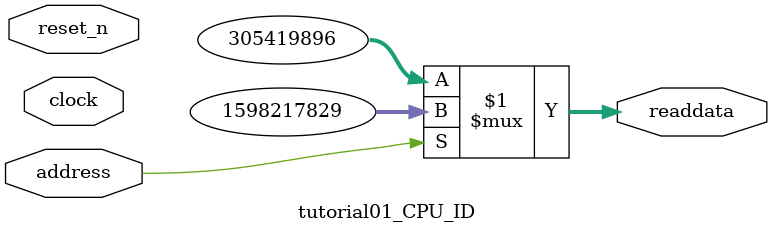
<source format=v>



// synthesis translate_off
`timescale 1ns / 1ps
// synthesis translate_on

// turn off superfluous verilog processor warnings 
// altera message_level Level1 
// altera message_off 10034 10035 10036 10037 10230 10240 10030 

module tutorial01_CPU_ID (
               // inputs:
                address,
                clock,
                reset_n,

               // outputs:
                readdata
             )
;

  output  [ 31: 0] readdata;
  input            address;
  input            clock;
  input            reset_n;

  wire    [ 31: 0] readdata;
  //control_slave, which is an e_avalon_slave
  assign readdata = address ? 1598217829 : 305419896;

endmodule



</source>
